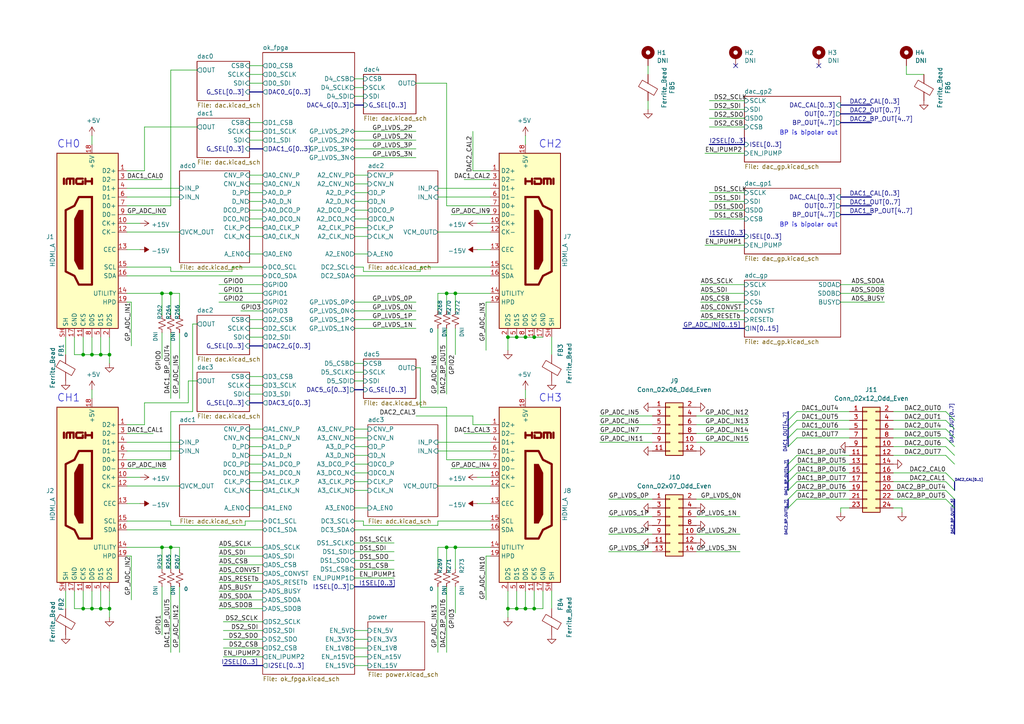
<source format=kicad_sch>
(kicad_sch (version 20211123) (generator eeschema)
  (paper "A4")
  (junction (at 24.13 176.53))
  (junction (at 49.53 158.75))
  (junction (at 29.21 176.53))
  (junction (at 147.32 97.79))
  (junction (at 26.67 102.87))
  (junction (at 31.75 102.87))
  (junction (at 132.08 85.09))
  (junction (at 152.4 176.53))
  (junction (at 149.86 97.79))
  (junction (at 26.67 176.53))
  (junction (at 149.86 176.53))
  (junction (at 46.99 158.75))
  (junction (at 24.13 102.87))
  (junction (at 129.54 85.09))
  (junction (at 152.4 97.79))
  (junction (at 129.54 158.75))
  (junction (at 31.75 176.53))
  (junction (at 46.99 85.09))
  (junction (at 132.08 158.75))
  (junction (at 154.94 176.53))
  (junction (at 49.53 85.09))
  (junction (at 154.94 97.79))
  (junction (at 147.32 176.53))
  (junction (at 29.21 102.87))
  (no_connect (at 237.49 19.05))
  (no_connect (at 213.36 19.05))
  (bus_entry (at 274.32 142.24) (size 2.54 2.54))
  (bus_entry (at 274.32 119.38) (size 2.54 2.54))
  (bus_entry (at 231.14 124.46) (size -2.54 2.54))
  (bus_entry (at 231.14 139.7) (size -2.54 2.54))
  (bus_entry (at 274.32 127) (size 2.54 2.54))
  (bus_entry (at 231.14 134.62) (size -2.54 2.54))
  (bus_entry (at 274.32 137.16) (size 2.54 2.54))
  (bus_entry (at 231.14 121.92) (size -2.54 2.54))
  (bus_entry (at 274.32 124.46) (size 2.54 2.54))
  (bus_entry (at 274.32 129.54) (size 2.54 2.54))
  (bus_entry (at 231.14 137.16) (size -2.54 2.54))
  (bus_entry (at 231.14 132.08) (size -2.54 2.54))
  (bus_entry (at 231.14 142.24) (size -2.54 2.54))
  (bus_entry (at 231.14 127) (size -2.54 2.54))
  (bus_entry (at 274.32 144.78) (size 2.54 2.54))
  (bus_entry (at 274.32 139.7) (size 2.54 2.54))
  (bus_entry (at 231.14 119.38) (size -2.54 2.54))
  (bus_entry (at 274.32 121.92) (size 2.54 2.54))
  (bus_entry (at 274.32 132.08) (size 2.54 2.54))
  (bus_entry (at 231.14 144.78) (size -2.54 2.54))
  (wire (pts (xy 31.75 105.41) (xy 31.75 102.87)))
  (wire (pts (xy 127 158.75) (xy 129.54 158.75)))
  (wire (pts (xy 132.08 158.75) (xy 132.08 165.1)))
  (wire (pts (xy 176.53 144.78) (xy 189.23 144.78)))
  (wire (pts (xy 49.53 133.35) (xy 49.53 119.38)))
  (wire (pts (xy 246.38 137.16) (xy 231.14 137.16)))
  (wire (pts (xy 72.39 19.05) (xy 76.2 19.05)))
  (wire (pts (xy 76.2 161.29) (xy 63.5 161.29)))
  (wire (pts (xy 102.87 22.86) (xy 105.41 22.86)))
  (bus (pts (xy 243.84 57.15) (xy 252.73 57.15)))
  (wire (pts (xy 76.2 90.17) (xy 69.85 90.17)))
  (wire (pts (xy 49.53 78.74) (xy 67.31 78.74)))
  (wire (pts (xy 52.07 85.09) (xy 49.53 85.09)))
  (wire (pts (xy 29.21 176.53) (xy 31.75 176.53)))
  (bus (pts (xy 228.6 133.35) (xy 228.6 134.62)))
  (wire (pts (xy 26.67 102.87) (xy 26.67 97.79)))
  (wire (pts (xy 127 140.97) (xy 142.24 140.97)))
  (wire (pts (xy 102.87 165.1) (xy 114.3 165.1)))
  (wire (pts (xy 24.13 102.87) (xy 26.67 102.87)))
  (wire (pts (xy 36.83 151.13) (xy 49.53 151.13)))
  (wire (pts (xy 129.54 118.11) (xy 121.92 118.11)))
  (wire (pts (xy 215.9 82.55) (xy 203.2 82.55)))
  (wire (pts (xy 105.41 151.13) (xy 105.41 152.4)))
  (wire (pts (xy 262.89 21.59) (xy 267.97 21.59)))
  (wire (pts (xy 72.39 137.16) (xy 76.2 137.16)))
  (wire (pts (xy 46.99 158.75) (xy 49.53 158.75)))
  (wire (pts (xy 127 152.4) (xy 127 151.13)))
  (wire (pts (xy 127 85.09) (xy 127 90.17)))
  (wire (pts (xy 138.43 146.05) (xy 142.24 146.05)))
  (bus (pts (xy 102.87 113.03) (xy 105.41 113.03)))
  (wire (pts (xy 38.1 161.29) (xy 38.1 173.99)))
  (wire (pts (xy 132.08 85.09) (xy 132.08 90.17)))
  (wire (pts (xy 72.39 40.64) (xy 76.2 40.64)))
  (wire (pts (xy 46.99 85.09) (xy 49.53 85.09)))
  (wire (pts (xy 40.64 64.77) (xy 36.83 64.77)))
  (wire (pts (xy 154.94 97.79) (xy 157.48 97.79)))
  (wire (pts (xy 102.87 187.96) (xy 106.68 187.96)))
  (wire (pts (xy 102.87 68.58) (xy 106.68 68.58)))
  (wire (pts (xy 102.87 43.18) (xy 120.65 43.18)))
  (wire (pts (xy 243.84 82.55) (xy 256.54 82.55)))
  (wire (pts (xy 152.4 39.37) (xy 152.4 41.91)))
  (bus (pts (xy 76.2 100.33) (xy 72.39 100.33)))
  (wire (pts (xy 138.43 72.39) (xy 142.24 72.39)))
  (bus (pts (xy 228.6 119.38) (xy 228.6 121.92)))
  (wire (pts (xy 205.74 60.96) (xy 215.9 60.96)))
  (wire (pts (xy 72.39 124.46) (xy 76.2 124.46)))
  (wire (pts (xy 31.75 102.87) (xy 31.75 97.79)))
  (wire (pts (xy 127 95.25) (xy 127 114.3)))
  (wire (pts (xy 102.87 27.94) (xy 105.41 27.94)))
  (bus (pts (xy 228.6 124.46) (xy 228.6 127)))
  (wire (pts (xy 142.24 80.01) (xy 102.87 80.01)))
  (wire (pts (xy 152.4 113.03) (xy 152.4 115.57)))
  (wire (pts (xy 46.99 158.75) (xy 36.83 158.75)))
  (bus (pts (xy 76.2 26.67) (xy 72.39 26.67)))
  (wire (pts (xy 64.77 187.96) (xy 76.2 187.96)))
  (wire (pts (xy 102.87 87.63) (xy 120.65 87.63)))
  (wire (pts (xy 152.4 176.53) (xy 149.86 176.53)))
  (wire (pts (xy 102.87 73.66) (xy 106.68 73.66)))
  (bus (pts (xy 243.84 59.69) (xy 252.73 59.69)))
  (wire (pts (xy 102.87 129.54) (xy 106.68 129.54)))
  (wire (pts (xy 215.9 44.45) (xy 204.47 44.45)))
  (wire (pts (xy 24.13 176.53) (xy 26.67 176.53)))
  (bus (pts (xy 276.86 144.78) (xy 276.86 147.32)))
  (wire (pts (xy 149.86 97.79) (xy 152.4 97.79)))
  (wire (pts (xy 52.07 96.52) (xy 52.07 115.57)))
  (wire (pts (xy 127 85.09) (xy 129.54 85.09)))
  (wire (pts (xy 21.59 176.53) (xy 24.13 176.53)))
  (wire (pts (xy 64.77 190.5) (xy 76.2 190.5)))
  (wire (pts (xy 215.9 92.71) (xy 203.2 92.71)))
  (bus (pts (xy 215.9 95.25) (xy 198.12 95.25)))
  (wire (pts (xy 72.39 109.22) (xy 76.2 109.22)))
  (wire (pts (xy 149.86 176.53) (xy 147.32 176.53)))
  (wire (pts (xy 64.77 182.88) (xy 76.2 182.88)))
  (wire (pts (xy 72.39 142.24) (xy 76.2 142.24)))
  (wire (pts (xy 256.54 85.09) (xy 243.84 85.09)))
  (wire (pts (xy 132.08 85.09) (xy 142.24 85.09)))
  (wire (pts (xy 102.87 139.7) (xy 106.68 139.7)))
  (wire (pts (xy 121.92 77.47) (xy 142.24 77.47)))
  (wire (pts (xy 157.48 176.53) (xy 157.48 171.45)))
  (wire (pts (xy 127 57.15) (xy 142.24 57.15)))
  (bus (pts (xy 76.2 43.18) (xy 72.39 43.18)))
  (wire (pts (xy 201.93 123.19) (xy 217.17 123.19)))
  (wire (pts (xy 36.83 54.61) (xy 52.07 54.61)))
  (wire (pts (xy 26.67 176.53) (xy 29.21 176.53)))
  (wire (pts (xy 102.87 90.17) (xy 120.65 90.17)))
  (wire (pts (xy 102.87 60.96) (xy 106.68 60.96)))
  (wire (pts (xy 127 130.81) (xy 142.24 130.81)))
  (wire (pts (xy 102.87 151.13) (xy 105.41 151.13)))
  (wire (pts (xy 76.2 68.58) (xy 72.39 68.58)))
  (wire (pts (xy 189.23 123.19) (xy 173.99 123.19)))
  (wire (pts (xy 36.83 87.63) (xy 38.1 87.63)))
  (wire (pts (xy 26.67 176.53) (xy 26.67 171.45)))
  (wire (pts (xy 127 67.31) (xy 142.24 67.31)))
  (wire (pts (xy 52.07 158.75) (xy 52.07 165.1)))
  (wire (pts (xy 76.2 58.42) (xy 72.39 58.42)))
  (wire (pts (xy 102.87 95.25) (xy 120.65 95.25)))
  (wire (pts (xy 140.97 161.29) (xy 140.97 173.99)))
  (wire (pts (xy 259.08 129.54) (xy 274.32 129.54)))
  (wire (pts (xy 40.64 138.43) (xy 36.83 138.43)))
  (wire (pts (xy 102.87 147.32) (xy 106.68 147.32)))
  (wire (pts (xy 102.87 137.16) (xy 106.68 137.16)))
  (wire (pts (xy 72.39 21.59) (xy 76.2 21.59)))
  (wire (pts (xy 138.43 138.43) (xy 142.24 138.43)))
  (wire (pts (xy 76.2 173.99) (xy 63.5 173.99)))
  (wire (pts (xy 121.92 106.68) (xy 120.65 106.68)))
  (wire (pts (xy 137.16 120.65) (xy 120.65 120.65)))
  (wire (pts (xy 49.53 85.09) (xy 49.53 91.44)))
  (bus (pts (xy 228.6 121.92) (xy 228.6 124.46)))
  (wire (pts (xy 49.53 152.4) (xy 71.12 152.4)))
  (wire (pts (xy 49.53 170.18) (xy 49.53 189.23)))
  (wire (pts (xy 29.21 97.79) (xy 29.21 102.87)))
  (wire (pts (xy 105.41 77.47) (xy 105.41 78.74)))
  (wire (pts (xy 246.38 132.08) (xy 231.14 132.08)))
  (wire (pts (xy 72.39 92.71) (xy 76.2 92.71)))
  (wire (pts (xy 217.17 125.73) (xy 201.93 125.73)))
  (wire (pts (xy 31.75 176.53) (xy 31.75 171.45)))
  (wire (pts (xy 205.74 29.21) (xy 215.9 29.21)))
  (wire (pts (xy 189.23 128.27) (xy 173.99 128.27)))
  (wire (pts (xy 160.02 176.53) (xy 160.02 171.45)))
  (wire (pts (xy 76.2 168.91) (xy 63.5 168.91)))
  (wire (pts (xy 55.88 93.98) (xy 55.88 119.38)))
  (wire (pts (xy 76.2 87.63) (xy 63.5 87.63)))
  (wire (pts (xy 201.93 154.94) (xy 214.63 154.94)))
  (wire (pts (xy 129.54 95.25) (xy 129.54 114.3)))
  (bus (pts (xy 228.6 127) (xy 228.6 129.54)))
  (wire (pts (xy 189.23 125.73) (xy 173.99 125.73)))
  (wire (pts (xy 127 151.13) (xy 142.24 151.13)))
  (wire (pts (xy 52.07 67.31) (xy 36.83 67.31)))
  (wire (pts (xy 246.38 121.92) (xy 231.14 121.92)))
  (wire (pts (xy 55.88 93.98) (xy 57.15 93.98)))
  (wire (pts (xy 259.08 121.92) (xy 274.32 121.92)))
  (wire (pts (xy 152.4 176.53) (xy 152.4 171.45)))
  (wire (pts (xy 72.39 114.3) (xy 76.2 114.3)))
  (wire (pts (xy 36.83 77.47) (xy 49.53 77.47)))
  (wire (pts (xy 102.87 107.95) (xy 105.41 107.95)))
  (wire (pts (xy 52.07 57.15) (xy 36.83 57.15)))
  (wire (pts (xy 57.15 36.83) (xy 41.91 36.83)))
  (wire (pts (xy 46.99 158.75) (xy 46.99 165.1)))
  (wire (pts (xy 259.08 147.32) (xy 261.62 147.32)))
  (wire (pts (xy 102.87 132.08) (xy 106.68 132.08)))
  (wire (pts (xy 102.87 124.46) (xy 106.68 124.46)))
  (wire (pts (xy 102.87 25.4) (xy 105.41 25.4)))
  (bus (pts (xy 228.6 134.62) (xy 228.6 137.16)))
  (wire (pts (xy 72.39 50.8) (xy 76.2 50.8)))
  (wire (pts (xy 215.9 90.17) (xy 203.2 90.17)))
  (bus (pts (xy 243.84 33.02) (xy 252.73 33.02)))
  (wire (pts (xy 246.38 119.38) (xy 231.14 119.38)))
  (wire (pts (xy 105.41 152.4) (xy 127 152.4)))
  (bus (pts (xy 276.86 147.32) (xy 276.86 154.94)))
  (wire (pts (xy 246.38 142.24) (xy 231.14 142.24)))
  (wire (pts (xy 142.24 125.73) (xy 134.62 125.73)))
  (wire (pts (xy 72.39 24.13) (xy 76.2 24.13)))
  (wire (pts (xy 102.87 40.64) (xy 120.65 40.64)))
  (wire (pts (xy 76.2 163.83) (xy 63.5 163.83)))
  (wire (pts (xy 49.53 77.47) (xy 49.53 78.74)))
  (wire (pts (xy 201.93 160.02) (xy 214.63 160.02)))
  (wire (pts (xy 19.05 102.87) (xy 19.05 97.79)))
  (wire (pts (xy 71.12 152.4) (xy 71.12 151.13)))
  (wire (pts (xy 157.48 176.53) (xy 154.94 176.53)))
  (wire (pts (xy 76.2 171.45) (xy 63.5 171.45)))
  (wire (pts (xy 76.2 82.55) (xy 63.5 82.55)))
  (wire (pts (xy 176.53 154.94) (xy 189.23 154.94)))
  (wire (pts (xy 102.87 110.49) (xy 105.41 110.49)))
  (wire (pts (xy 132.08 170.18) (xy 132.08 177.8)))
  (bus (pts (xy 228.6 139.7) (xy 228.6 142.24)))
  (wire (pts (xy 24.13 97.79) (xy 24.13 102.87)))
  (wire (pts (xy 187.96 29.21) (xy 187.96 31.75)))
  (bus (pts (xy 64.77 193.04) (xy 76.2 193.04)))
  (wire (pts (xy 204.47 71.12) (xy 215.9 71.12)))
  (wire (pts (xy 21.59 176.53) (xy 21.59 171.45)))
  (wire (pts (xy 149.86 171.45) (xy 149.86 176.53)))
  (wire (pts (xy 129.54 158.75) (xy 129.54 165.1)))
  (wire (pts (xy 142.24 49.53) (xy 137.16 49.53)))
  (wire (pts (xy 142.24 54.61) (xy 127 54.61)))
  (wire (pts (xy 40.64 146.05) (xy 36.83 146.05)))
  (wire (pts (xy 36.83 59.69) (xy 49.53 59.69)))
  (wire (pts (xy 49.53 119.38) (xy 55.88 119.38)))
  (wire (pts (xy 102.87 142.24) (xy 106.68 142.24)))
  (wire (pts (xy 38.1 100.33) (xy 38.1 87.63)))
  (wire (pts (xy 102.87 160.02) (xy 114.3 160.02)))
  (wire (pts (xy 41.91 36.83) (xy 41.91 49.53)))
  (wire (pts (xy 76.2 73.66) (xy 72.39 73.66)))
  (wire (pts (xy 102.87 134.62) (xy 106.68 134.62)))
  (wire (pts (xy 46.99 96.52) (xy 46.99 104.14)))
  (wire (pts (xy 142.24 135.89) (xy 130.81 135.89)))
  (wire (pts (xy 36.83 123.19) (xy 41.91 123.19)))
  (wire (pts (xy 102.87 193.04) (xy 106.68 193.04)))
  (wire (pts (xy 36.83 125.73) (xy 44.45 125.73)))
  (wire (pts (xy 64.77 185.42) (xy 76.2 185.42)))
  (wire (pts (xy 243.84 87.63) (xy 256.54 87.63)))
  (wire (pts (xy 19.05 176.53) (xy 19.05 171.45)))
  (wire (pts (xy 102.87 45.72) (xy 120.65 45.72)))
  (wire (pts (xy 129.54 170.18) (xy 129.54 189.23)))
  (wire (pts (xy 187.96 21.59) (xy 187.96 19.05)))
  (wire (pts (xy 246.38 139.7) (xy 231.14 139.7)))
  (wire (pts (xy 160.02 102.87) (xy 160.02 97.79)))
  (wire (pts (xy 129.54 133.35) (xy 129.54 118.11)))
  (wire (pts (xy 36.83 128.27) (xy 52.07 128.27)))
  (wire (pts (xy 49.53 158.75) (xy 49.53 165.1)))
  (bus (pts (xy 102.87 170.18) (xy 114.3 170.18)))
  (wire (pts (xy 215.9 85.09) (xy 203.2 85.09)))
  (wire (pts (xy 76.2 158.75) (xy 63.5 158.75)))
  (wire (pts (xy 36.83 62.23) (xy 48.26 62.23)))
  (wire (pts (xy 259.08 119.38) (xy 274.32 119.38)))
  (wire (pts (xy 52.07 170.18) (xy 52.07 189.23)))
  (wire (pts (xy 147.32 176.53) (xy 147.32 171.45)))
  (wire (pts (xy 36.83 49.53) (xy 41.91 49.53)))
  (wire (pts (xy 102.87 167.64) (xy 114.3 167.64)))
  (wire (pts (xy 147.32 97.79) (xy 149.86 97.79)))
  (wire (pts (xy 154.94 176.53) (xy 152.4 176.53)))
  (wire (pts (xy 189.23 120.65) (xy 173.99 120.65)))
  (bus (pts (xy 228.6 144.78) (xy 228.6 147.32)))
  (wire (pts (xy 76.2 80.01) (xy 36.83 80.01)))
  (wire (pts (xy 137.16 49.53) (xy 137.16 38.1)))
  (wire (pts (xy 102.87 185.42) (xy 106.68 185.42)))
  (wire (pts (xy 49.53 20.32) (xy 49.53 59.69)))
  (wire (pts (xy 26.67 113.03) (xy 26.67 115.57)))
  (wire (pts (xy 67.31 78.74) (xy 67.31 77.47)))
  (wire (pts (xy 49.53 20.32) (xy 57.15 20.32)))
  (wire (pts (xy 40.64 72.39) (xy 36.83 72.39)))
  (wire (pts (xy 152.4 97.79) (xy 154.94 97.79)))
  (wire (pts (xy 261.62 148.59) (xy 261.62 147.32)))
  (wire (pts (xy 129.54 24.13) (xy 120.65 24.13)))
  (wire (pts (xy 102.87 127) (xy 106.68 127)))
  (wire (pts (xy 76.2 153.67) (xy 36.83 153.67)))
  (wire (pts (xy 105.41 78.74) (xy 121.92 78.74)))
  (wire (pts (xy 54.61 116.84) (xy 54.61 110.49)))
  (wire (pts (xy 142.24 161.29) (xy 140.97 161.29)))
  (wire (pts (xy 31.75 179.07) (xy 31.75 176.53)))
  (wire (pts (xy 72.39 134.62) (xy 76.2 134.62)))
  (wire (pts (xy 205.74 31.75) (xy 215.9 31.75)))
  (wire (pts (xy 205.74 34.29) (xy 215.9 34.29)))
  (wire (pts (xy 72.39 38.1) (xy 76.2 38.1)))
  (wire (pts (xy 205.74 55.88) (xy 215.9 55.88)))
  (wire (pts (xy 201.93 149.86) (xy 214.63 149.86)))
  (wire (pts (xy 102.87 182.88) (xy 106.68 182.88)))
  (wire (pts (xy 215.9 87.63) (xy 203.2 87.63)))
  (wire (pts (xy 259.08 139.7) (xy 274.32 139.7)))
  (wire (pts (xy 76.2 66.04) (xy 72.39 66.04)))
  (wire (pts (xy 46.99 85.09) (xy 46.99 91.44)))
  (wire (pts (xy 76.2 60.96) (xy 72.39 60.96)))
  (wire (pts (xy 121.92 118.11) (xy 121.92 106.68)))
  (wire (pts (xy 127 170.18) (xy 127 189.23)))
  (wire (pts (xy 72.39 95.25) (xy 76.2 95.25)))
  (wire (pts (xy 205.74 58.42) (xy 215.9 58.42)))
  (wire (pts (xy 142.24 52.07) (xy 134.62 52.07)))
  (wire (pts (xy 147.32 179.07) (xy 147.32 176.53)))
  (wire (pts (xy 52.07 140.97) (xy 36.83 140.97)))
  (bus (pts (xy 105.41 30.48) (xy 102.87 30.48)))
  (wire (pts (xy 102.87 63.5) (xy 106.68 63.5)))
  (wire (pts (xy 205.74 36.83) (xy 215.9 36.83)))
  (wire (pts (xy 102.87 77.47) (xy 105.41 77.47)))
  (wire (pts (xy 76.2 166.37) (xy 63.5 166.37)))
  (wire (pts (xy 132.08 158.75) (xy 142.24 158.75)))
  (wire (pts (xy 127 158.75) (xy 127 165.1)))
  (wire (pts (xy 36.83 52.07) (xy 46.99 52.07)))
  (wire (pts (xy 217.17 120.65) (xy 201.93 120.65)))
  (wire (pts (xy 46.99 85.09) (xy 36.83 85.09)))
  (wire (pts (xy 72.39 127) (xy 76.2 127)))
  (bus (pts (xy 276.86 142.24) (xy 276.86 139.7)))
  (wire (pts (xy 142.24 133.35) (xy 129.54 133.35)))
  (wire (pts (xy 102.87 105.41) (xy 105.41 105.41)))
  (wire (pts (xy 246.38 144.78) (xy 231.14 144.78)))
  (wire (pts (xy 176.53 160.02) (xy 189.23 160.02)))
  (wire (pts (xy 49.53 151.13) (xy 49.53 152.4)))
  (wire (pts (xy 132.08 85.09) (xy 129.54 85.09)))
  (wire (pts (xy 72.39 132.08) (xy 76.2 132.08)))
  (wire (pts (xy 72.39 35.56) (xy 76.2 35.56)))
  (wire (pts (xy 72.39 147.32) (xy 76.2 147.32)))
  (wire (pts (xy 243.84 148.59) (xy 243.84 147.32)))
  (wire (pts (xy 259.08 144.78) (xy 274.32 144.78)))
  (wire (pts (xy 102.87 92.71) (xy 120.65 92.71)))
  (wire (pts (xy 29.21 171.45) (xy 29.21 176.53)))
  (wire (pts (xy 76.2 85.09) (xy 63.5 85.09)))
  (wire (pts (xy 26.67 102.87) (xy 29.21 102.87)))
  (wire (pts (xy 217.17 128.27) (xy 201.93 128.27)))
  (wire (pts (xy 259.08 132.08) (xy 274.32 132.08)))
  (wire (pts (xy 72.39 129.54) (xy 76.2 129.54)))
  (wire (pts (xy 21.59 102.87) (xy 24.13 102.87)))
  (wire (pts (xy 72.39 111.76) (xy 76.2 111.76)))
  (bus (pts (xy 228.6 137.16) (xy 228.6 139.7)))
  (wire (pts (xy 52.07 130.81) (xy 36.83 130.81)))
  (bus (pts (xy 243.84 62.23) (xy 252.73 62.23)))
  (wire (pts (xy 49.53 96.52) (xy 49.53 115.57)))
  (wire (pts (xy 102.87 162.56) (xy 114.3 162.56)))
  (wire (pts (xy 63.5 176.53) (xy 76.2 176.53)))
  (wire (pts (xy 41.91 116.84) (xy 54.61 116.84)))
  (wire (pts (xy 246.38 134.62) (xy 231.14 134.62)))
  (wire (pts (xy 102.87 190.5) (xy 106.68 190.5)))
  (wire (pts (xy 36.83 161.29) (xy 38.1 161.29)))
  (wire (pts (xy 102.87 153.67) (xy 142.24 153.67)))
  (bus (pts (xy 215.9 68.58) (xy 205.74 68.58)))
  (wire (pts (xy 142.24 62.23) (xy 130.81 62.23)))
  (wire (pts (xy 259.08 127) (xy 274.32 127)))
  (wire (pts (xy 262.89 19.05) (xy 262.89 21.59)))
  (wire (pts (xy 72.39 97.79) (xy 76.2 97.79)))
  (wire (pts (xy 259.08 124.46) (xy 274.32 124.46)))
  (wire (pts (xy 102.87 38.1) (xy 120.65 38.1)))
  (wire (pts (xy 102.87 66.04) (xy 106.68 66.04)))
  (wire (pts (xy 102.87 157.48) (xy 114.3 157.48)))
  (wire (pts (xy 26.67 39.37) (xy 26.67 41.91)))
  (wire (pts (xy 154.94 171.45) (xy 154.94 176.53)))
  (wire (pts (xy 176.53 149.86) (xy 189.23 149.86)))
  (wire (pts (xy 140.97 101.6) (xy 140.97 87.63)))
  (wire (pts (xy 36.83 135.89) (xy 48.26 135.89)))
  (wire (pts (xy 147.32 101.6) (xy 147.32 97.79)))
  (wire (pts (xy 76.2 55.88) (xy 72.39 55.88)))
  (wire (pts (xy 46.99 170.18) (xy 46.99 184.15)))
  (wire (pts (xy 52.07 85.09) (xy 52.07 91.44)))
  (wire (pts (xy 129.54 24.13) (xy 129.54 59.69)))
  (bus (pts (xy 215.9 41.91) (xy 205.74 41.91)))
  (wire (pts (xy 246.38 127) (xy 231.14 127)))
  (wire (pts (xy 132.08 158.75) (xy 129.54 158.75)))
  (wire (pts (xy 76.2 63.5) (xy 72.39 63.5)))
  (wire (pts (xy 205.74 63.5) (xy 215.9 63.5)))
  (wire (pts (xy 29.21 102.87) (xy 31.75 102.87)))
  (wire (pts (xy 71.12 151.13) (xy 76.2 151.13)))
  (wire (pts (xy 76.2 53.34) (xy 72.39 53.34)))
  (wire (pts (xy 24.13 171.45) (xy 24.13 176.53)))
  (wire (pts (xy 142.24 59.69) (xy 129.54 59.69)))
  (wire (pts (xy 67.31 77.47) (xy 76.2 77.47)))
  (wire (pts (xy 102.87 58.42) (xy 106.68 58.42)))
  (wire (pts (xy 121.92 78.74) (xy 121.92 77.47)))
  (wire (pts (xy 137.16 123.19) (xy 137.16 120.65)))
  (wire (pts (xy 52.07 158.75) (xy 49.53 158.75)))
  (wire (pts (xy 142.24 87.63) (xy 140.97 87.63)))
  (wire (pts (xy 54.61 110.49) (xy 57.15 110.49)))
  (wire (pts (xy 201.93 144.78) (xy 213.36 144.78)))
  (wire (pts (xy 142.24 123.19) (xy 137.16 123.19)))
  (wire (pts (xy 21.59 102.87) (xy 21.59 97.79)))
  (bus (pts (xy 243.84 35.56) (xy 252.73 35.56)))
  (bus (pts (xy 76.2 116.84) (xy 72.39 116.84)))
  (wire (pts (xy 129.54 85.09) (xy 129.54 90.17)))
  (wire (pts (xy 64.77 180.34) (xy 76.2 180.34)))
  (wire (pts (xy 138.43 64.77) (xy 142.24 64.77)))
  (wire (pts (xy 259.08 142.24) (xy 274.32 142.24)))
  (wire (pts (xy 102.87 53.34) (xy 106.68 53.34)))
  (wire (pts (xy 243.84 147.32) (xy 246.38 147.32)))
  (wire (pts (xy 132.08 95.25) (xy 132.08 102.87)))
  (wire (pts (xy 41.91 116.84) (xy 41.91 123.19)))
  (wire (pts (xy 36.83 133.35) (xy 49.53 133.35)))
  (wire (pts (xy 142.24 128.27) (xy 127 128.27)))
  (wire (pts (xy 259.08 137.16) (xy 274.32 137.16)))
  (wire (pts (xy 102.87 55.88) (xy 106.68 55.88)))
  (wire (pts (xy 246.38 124.46) (xy 231.14 124.46)))
  (bus (pts (xy 243.84 30.48) (xy 252.73 30.48)))
  (wire (pts (xy 72.39 139.7) (xy 76.2 139.7)))
  (wire (pts (xy 102.87 50.8) (xy 106.68 50.8)))
  (text "CH2" (at 156.21 43.18 0) (effects (font (size 2.2 2.2)) (justify left bottom)))
  (text "BP is bipolar out" (at 226.06 39.37 0) (effects (font (size 1.27 1.27)) (justify left bottom)))
  (text "CH3" (at 156.21 116.84 0) (effects (font (size 2.2 2.2)) (justify left bottom)))
  (text "CH1" (at 16.51 116.84 0) (effects (font (size 2.2 2.2)) (justify left bottom)))
  (text "BP is bipolar out" (at 226.06 66.04 0) (effects (font (size 1.27 1.27)) (justify left bottom)))
  (text "CH0" (at 16.51 43.18 0) (effects (font (size 2.2 2.2)) (justify left bottom)))
  (label "GP_ADC_IN10" (at 140.97 161.29 270))
  (label "EN_IPUMP1" (at 104.14 167.64 0))
  (label "I2SEL[0..3]" (at 205.74 41.91 0))
  (label "DAC2_BP_OUT5" (at 129.54 114.3 90))
  (label "DS1_SDI" (at 207.01 58.42 0))
  (label "ADS_CONVST" (at 63.5 166.37 0))
  (label "ADS_BUSY" (at 256.54 87.63 180))
  (label "GP_LVDS_1P" (at 176.53 149.86 0))
  (label "DS2_SDI" (at 207.01 31.75 0))
  (label "GP_ADC_IN[0..15]" (at 198.12 95.25 0))
  (label "DAC2_CAL[0..1]" (at 276.86 139.7 0) (effects (font (size 0.7112 0.7112))))
  (label "DAC2_BP_OUT5" (at 274.32 144.78 180))
  (label "DS1_CSB" (at 207.01 63.5 0))
  (label "GP_ADC_IN4" (at 142.24 135.89 180))
  (label "DAC2_OUT1" (at 273.05 121.92 180))
  (label "GPIO2" (at 64.77 87.63 0))
  (label "DAC1_BP_OUT4" (at 231.14 132.08 0))
  (label "GP_ADC_IN5" (at 52.07 114.3 90))
  (label "GP_ADC_IN14" (at 217.17 125.73 180))
  (label "DAC1_CAL[0..3]" (at 246.38 57.15 0))
  (label "DS1_SCLK" (at 104.14 157.48 0))
  (label "DAC2_OUT0" (at 273.05 119.38 180))
  (label "DAC2_CAL1" (at 274.32 139.7 180))
  (label "ADS_SDOB" (at 63.5 176.53 0))
  (label "ADS_BUSY" (at 63.5 171.45 0))
  (label "GP_ADC_IN15" (at 217.17 128.27 180))
  (label "GPIO3" (at 69.85 90.17 0))
  (label "EN_IPUMP2" (at 64.77 190.5 0))
  (label "ADS_SDOA" (at 256.54 82.55 180))
  (label "GP_ADC_IN13" (at 127 187.96 90))
  (label "DAC1_BP_OUT6" (at 231.14 137.16 0))
  (label "DS1_SDO" (at 104.14 162.56 0))
  (label "GP_ADC_IN0" (at 36.83 62.23 0))
  (label "GP_LVDS_3P" (at 176.53 160.02 0))
  (label "DAC1_BP_OUT[4..7]" (at 246.38 62.23 0))
  (label "DAC1_BP_OUT5" (at 49.53 187.96 90))
  (label "DAC1_OUT[4..7]" (at 228.6 119.38 270) (effects (font (size 0.9906 0.9906))))
  (label "DS1_SCLK" (at 207.01 55.88 0))
  (label "DAC1_CAL2" (at 142.24 52.07 180))
  (label "GPIO2" (at 132.08 102.87 270))
  (label "DAC1_CAL1" (at 36.83 125.73 0))
  (label "DAC1_CAL3" (at 142.24 125.73 180))
  (label "GPIO1" (at 46.99 184.15 90))
  (label "GP_ADC_IN13" (at 217.17 123.19 180))
  (label "DAC1_OUT5" (at 232.41 121.92 0))
  (label "GP_LVDS_0N" (at 203.2 144.78 0))
  (label "DS1_SDO" (at 207.01 60.96 0))
  (label "DS2_CSB" (at 74.93 187.96 180))
  (label "DAC2_OUT[0..7]" (at 276.86 116.84 270) (effects (font (size 0.9906 0.9906))))
  (label "GP_ADC_IN11" (at 173.99 128.27 0))
  (label "ADS_SDOB" (at 256.54 85.09 180))
  (label "ADS_CSB" (at 203.2 87.63 0))
  (label "DAC2_CAL[0..3]" (at 246.38 30.48 0))
  (label "GP_ADC_IN12" (at 217.17 120.65 180))
  (label "GP_ADC_IN5" (at 173.99 120.65 0))
  (label "GP_ADC_IN7" (at 173.99 125.73 0))
  (label "I1SEL[0..3]" (at 205.74 68.58 0))
  (label "GP_ADC_IN2" (at 38.1 161.29 270))
  (label "DAC1_OUT7" (at 232.41 127 0))
  (label "GPIO0" (at 64.77 82.55 0))
  (label "DAC1_CAL0" (at 36.83 52.07 0))
  (label "DAC1_BP_OUT4" (at 49.53 114.3 90))
  (label "DAC2_CAL2" (at 137.16 39.37 270))
  (label "ADS_SDOA" (at 63.5 173.99 0))
  (label "GP_LVDS_2N" (at 201.93 154.94 0))
  (label "ADS_CONVST" (at 203.2 90.17 0))
  (label "ADS_SDI" (at 63.5 161.29 0))
  (label "DS2_SCLK" (at 207.01 29.21 0))
  (label "GP_ADC_IN6" (at 173.99 123.19 0))
  (label "DS2_SDO" (at 207.01 34.29 0))
  (label "ADS_RESETb" (at 203.2 92.71 0))
  (label "GP_LVDS_1P" (at 107.95 92.71 0))
  (label "GP_ADC_IN12" (at 52.07 187.96 90))
  (label "GP_LVDS_2N" (at 107.95 40.64 0))
  (label "GP_LVDS_0P" (at 176.53 144.78 0))
  (label "DAC2_CAL3" (at 120.65 120.65 180))
  (label "DAC2_BP_OUT[4..5]" (at 276.86 154.94 90) (effects (font (size 0.7112 0.7112))))
  (label "ADS_CSB" (at 63.5 163.83 0))
  (label "ADS_SCLK" (at 203.2 82.55 0))
  (label "GPIO3" (at 132.08 176.53 270))
  (label "ADS_RESETb" (at 63.5 168.91 0))
  (label "GPIO1" (at 64.77 85.09 0))
  (label "DAC2_OUT[0..7]" (at 246.38 33.02 0))
  (label "DAC1_OUT[0..7]" (at 246.38 59.69 0))
  (label "DS2_CSB" (at 207.01 36.83 0))
  (label "GP_LVDS_3N" (at 201.93 160.02 0))
  (label "GP_ADC_IN3" (at 140.97 87.63 270))
  (label "DS2_SDI" (at 74.93 182.88 180))
  (label "GP_ADC_IN1" (at 38.1 87.63 270))
  (label "GP_LVDS_1N" (at 107.95 95.25 0))
  (label "DAC2_BP_OUT7" (at 231.14 144.78 0))
  (label "DAC1_BP_OUT[4..7]" (at 228.6 133.35 270) (effects (font (size 0.7112 0.7112))))
  (label "DAC2_OUT5" (at 273.05 127 180))
  (label "ADS_SCLK" (at 63.5 158.75 0))
  (label "EN_IPUMP2" (at 204.47 44.45 0))
  (label "I1SEL[0..3]" (at 104.14 170.18 0))
  (label "GP_LVDS_0N" (at 107.95 90.17 0))
  (label "DS1_SDI" (at 104.14 160.02 0))
  (label "DAC2_OUT6" (at 273.05 129.54 180))
  (label "GP_LVDS_3N" (at 107.95 45.72 0))
  (label "GP_ADC_IN9" (at 142.24 62.23 180))
  (label "GP_ADC_IN6" (at 127 114.3 90))
  (label "GP_LVDS_2P" (at 176.53 154.94 0))
  (label "DAC1_BP_OUT7" (at 231.14 139.7 0))
  (label "DAC1_OUT4" (at 232.41 119.38 0))
  (label "DAC2_OUT7" (at 273.05 132.08 180))
  (label "DAC1_BP_OUT5" (at 231.14 134.62 0))
  (label "DS2_SDO" (at 74.93 185.42 180))
  (label "DS2_SCLK" (at 74.93 180.34 180))
  (label "DS1_CSB" (at 104.14 165.1 0))
  (label "I2SEL[0..3]" (at 74.93 193.04 180))
  (label "DAC2_BP_OUT4" (at 274.32 142.24 180))
  (label "GP_LVDS_2P" (at 107.95 38.1 0))
  (label "GP_LVDS_3P" (at 107.95 43.18 0))
  (label "GP_ADC_IN8" (at 36.83 135.89 0))
  (label "EN_IPUMP1" (at 204.47 71.12 0))
  (label "DAC2_BP_OUT6" (at 129.54 187.96 90))
  (label "DAC2_BP_OUT[6..7]" (at 228.6 144.78 270) (effects (font (size 0.7112 0.7112))))
  (label "DAC1_OUT6" (at 232.41 124.46 0))
  (label "DAC2_BP_OUT6" (at 231.14 142.24 0))
  (label "ADS_SDI" (at 203.2 85.09 0))
  (label "DAC2_OUT4" (at 273.05 124.46 180))
  (label "GP_LVDS_0P" (at 107.95 87.63 0))
  (label "DAC2_BP_OUT[4..7]" (at 246.38 35.56 0))
  (label "GPIO0" (at 46.99 101.6 270))
  (label "DAC2_CAL0" (at 274.32 137.16 180))
  (label "GP_LVDS_1N" (at 201.93 149.86 0))
  (symbol (lib_id "Mechanical:MountingHole_Pad") (at 213.36 16.51 0) (unit 1)
    (property "Reference" "H2" (at 215.9 15.2654 0) (effects (justify left)))
    (property "Value" "DNI" (at 215.9 17.5768 0) (effects (justify left)))
    (property "Footprint" "MountingHole:MountingHole_3.2mm_M3_DIN965_Pad" (effects hide))
  )
  (symbol (lib_id "Mechanical:MountingHole_Pad") (at 187.96 16.51 0) (unit 1)
    (property "Reference" "H1" (at 190.5 15.2654 0) (effects (justify left)))
    (property "Value" "DNI" (at 190.5 17.5768 0) (effects (justify left)))
    (property "Footprint" "MountingHole:MountingHole_3.2mm_M3_DIN965_Pad" (effects hide))
  )
  (symbol (lib_id "Mechanical:MountingHole_Pad") (at 237.49 16.51 0) (unit 1)
    (property "Reference" "H3" (at 240.03 15.2654 0) (effects (justify left)))
    (property "Value" "DNI" (at 240.03 17.5768 0) (effects (justify left)))
    (property "Footprint" "MountingHole:MountingHole_3.2mm_M3_DIN965_Pad" (effects hide))
  )
  (symbol (lib_id "Mechanical:MountingHole_Pad") (at 262.89 16.51 0) (unit 1)
    (property "Reference" "H4" (at 265.43 15.2654 0) (effects (justify left)))
    (property "Value" "DNI" (at 265.43 17.5768 0) (effects (justify left)))
    (property "Footprint" "MountingHole:MountingHole_3.2mm_M3_DIN965_Pad" (effects hide))
  )
  (symbol (lib_id "Connector:HDMI_A") (at 26.67 69.85 0) (mirror y) (unit 1)
    (property "Reference" "J1" (at 15.748 68.6816 0) (effects (justify left)))
    (property "Value" "HDMI_A" (at 15.24 77.47 90) (effects (justify left)))
    (property "Footprint" "covg-kicad:CONN_10029449-111RLF_HDMI_A" (effects hide))
    (property "Datasheet" "https://en.wikipedia.org/wiki/HDMI" (effects hide))
    (property "Manf#" "10029449-111RLF" (effects hide))
  )
  (symbol (lib_id "power:GND") (at 31.75 105.41 0) (unit 1)
    (property "Reference" "#PWR05" (effects hide))
    (property "Value" "GND" (effects hide))
  )
  (symbol (lib_id "power:+5V") (at 26.67 39.37 0) (unit 1)
    (property "Reference" "#PWR03" (effects hide))
    (property "Value" "+5V" (at 27.051 34.9758 0))
  )
  (symbol (lib_id "power:+15V") (at 40.64 64.77 270) (unit 1)
    (property "Reference" "#PWR07" (effects hide))
    (property "Value" "+15V" (at 43.8912 65.151 90) (effects (justify left)))
  )
  (symbol (lib_id "power:-15V") (at 40.64 72.39 270) (unit 1)
    (property "Reference" "#PWR08" (effects hide))
    (property "Value" "-15V" (at 43.8912 72.771 90) (effects (justify left)))
  )
  (symbol (lib_id "Connector:HDMI_A") (at 152.4 69.85 0) (unit 1)
    (property "Reference" "J7" (at 163.322 68.6816 0) (effects (justify left)))
    (property "Value" "HDMI_A" (at 163.83 77.47 90) (effects (justify left)))
    (property "Footprint" "covg-kicad:CONN_10029449-111RLF_HDMI_A" (effects hide))
    (property "Datasheet" "https://en.wikipedia.org/wiki/HDMI" (effects hide))
    (property "Manf#" "10029449-111RLF" (effects hide))
  )
  (symbol (lib_id "power:GND") (at 147.32 101.6 0) (mirror y) (unit 1)
    (property "Reference" "#PWR015" (effects hide))
    (property "Value" "GND" (effects hide))
  )
  (symbol (lib_id "power:+5V") (at 152.4 39.37 0) (mirror y) (unit 1)
    (property "Reference" "#PWR017" (effects hide))
    (property "Value" "+5V" (at 152.019 34.9758 0))
  )
  (symbol (lib_id "power:+15V") (at 138.43 64.77 90) (mirror x) (unit 1)
    (property "Reference" "#PWR011" (effects hide))
    (property "Value" "+15V" (at 135.1788 65.151 90) (effects (justify left)))
  )
  (symbol (lib_id "power:-15V") (at 138.43 72.39 90) (mirror x) (unit 1)
    (property "Reference" "#PWR012" (effects hide))
    (property "Value" "-15V" (at 135.1788 72.771 90) (effects (justify left)))
  )
  (symbol (lib_id "Connector:HDMI_A") (at 152.4 143.51 0) (unit 1)
    (property "Reference" "J8" (at 163.322 142.3416 0) (effects (justify left)))
    (property "Value" "HDMI_A" (at 163.83 151.13 90) (effects (justify left)))
    (property "Footprint" "covg-kicad:CONN_10029449-111RLF_HDMI_A" (effects hide))
    (property "Datasheet" "https://en.wikipedia.org/wiki/HDMI" (effects hide))
    (property "Manf#" "10029449-111RLF\r" (effects hide))
  )
  (symbol (lib_id "power:GND") (at 147.32 179.07 0) (mirror y) (unit 1)
    (property "Reference" "#PWR016" (effects hide))
    (property "Value" "GND" (effects hide))
  )
  (symbol (lib_id "power:+5V") (at 152.4 113.03 0) (mirror y) (unit 1)
    (property "Reference" "#PWR018" (effects hide))
    (property "Value" "+5V" (at 152.019 108.6358 0))
  )
  (symbol (lib_id "power:+15V") (at 138.43 138.43 90) (mirror x) (unit 1)
    (property "Reference" "#PWR013" (effects hide))
    (property "Value" "+15V" (at 135.1788 138.811 90) (effects (justify left)))
  )
  (symbol (lib_id "power:-15V") (at 138.43 146.05 90) (mirror x) (unit 1)
    (property "Reference" "#PWR014" (effects hide))
    (property "Value" "-15V" (at 135.1788 146.431 90) (effects (justify left)))
  )
  (symbol (lib_id "Device:R_Small_US") (at 127 92.71 0) (mirror y) (unit 1)
    (property "Reference" "R268" (at 127 91.44 90) (effects (font (size 1.0922 1.0922)) (justify left bottom)))
    (property "Value" "0" (at 125.73 96.52 0) (effects (font (size 1.0922 1.0922)) (justify left bottom)))
    (property "Footprint" "Resistor_SMD:R_0603_1608Metric" (effects hide))
    (property "Manf#" "RC0603FR-070RL" (effects hide))
    (property "Power" "0.1W" (effects hide))
  )
  (symbol (lib_id "Device:FerriteBead") (at 267.97 25.4 180) (unit 1)
    (property "Reference" "FB6" (at 274.9296 25.4 90))
    (property "Value" "Ferrite_Bead" (at 272.6182 25.4 90))
    (property "Footprint" "Capacitor_SMD:C_1206_3216Metric" (effects hide))
    (property "Manf#" "BLM31PG500SN1L" (effects hide))
  )
  (symbol (lib_id "Device:R_Small_US") (at 129.54 92.71 0) (mirror y) (unit 1)
    (property "Reference" "R270" (at 129.54 91.44 90) (effects (font (size 1.0922 1.0922)) (justify left bottom)))
    (property "Value" "DNI" (at 128.27 97.79 90) (effects (font (size 1.0922 1.0922)) (justify left bottom)))
    (property "Footprint" "Resistor_SMD:R_0603_1608Metric" (effects hide))
    (property "Power" "0.1W" (effects hide))
  )
  (symbol (lib_id "Device:R_Small_US") (at 132.08 92.71 0) (mirror y) (unit 1)
    (property "Reference" "R272" (at 132.08 91.44 90) (effects (font (size 1.0922 1.0922)) (justify left bottom)))
    (property "Value" "DNI" (at 133.35 97.79 90) (effects (font (size 1.0922 1.0922)) (justify left bottom)))
    (property "Footprint" "Resistor_SMD:R_0603_1608Metric" (effects hide))
    (property "Power" "0.1W" (effects hide))
  )
  (symbol (lib_id "power:GND") (at 267.97 29.21 0) (mirror y) (unit 1)
    (property "Reference" "#PWR032" (effects hide))
    (property "Value" "GND" (effects hide))
  )
  (symbol (lib_id "Device:R_Small_US") (at 127 167.64 0) (mirror y) (unit 1)
    (property "Reference" "R269" (at 127 166.37 90) (effects (font (size 1.0922 1.0922)) (justify left bottom)))
    (property "Value" "0" (at 125.73 171.45 0) (effects (font (size 1.0922 1.0922)) (justify left bottom)))
    (property "Footprint" "Resistor_SMD:R_0603_1608Metric" (effects hide))
    (property "Manf#" "RC0603FR-070RL" (effects hide))
    (property "Power" "0.1W" (effects hide))
  )
  (symbol (lib_id "Device:R_Small_US") (at 129.54 167.64 0) (mirror y) (unit 1)
    (property "Reference" "R271" (at 129.54 166.37 90) (effects (font (size 1.0922 1.0922)) (justify left bottom)))
    (property "Value" "DNI" (at 128.27 172.72 90) (effects (font (size 1.0922 1.0922)) (justify left bottom)))
    (property "Footprint" "Resistor_SMD:R_0603_1608Metric" (effects hide))
    (property "Power" "0.1W" (effects hide))
  )
  (symbol (lib_id "Device:R_Small_US") (at 132.08 167.64 0) (mirror y) (unit 1)
    (property "Reference" "R273" (at 133.35 166.37 90) (effects (font (size 1.0922 1.0922)) (justify left bottom)))
    (property "Value" "DNI" (at 133.35 172.72 90) (effects (font (size 1.0922 1.0922)) (justify left bottom)))
    (property "Footprint" "Resistor_SMD:R_0603_1608Metric" (effects hide))
    (property "Power" "0.1W" (effects hide))
  )
  (symbol (lib_id "power:GND") (at 259.08 134.62 90) (unit 1)
    (property "Reference" "#PWR0144" (effects hide))
    (property "Value" "GND" (effects hide))
  )
  (symbol (lib_id "power:GND") (at 246.38 129.54 270) (unit 1)
    (property "Reference" "#PWR0274" (effects hide))
    (property "Value" "GND" (effects hide))
  )
  (symbol (lib_id "Device:R_Small_US") (at 52.07 167.64 0) (unit 1)
    (property "Reference" "R267" (at 52.07 165.1 90) (effects (font (size 1.0922 1.0922)) (justify left bottom)))
    (property "Value" "0" (at 53.34 171.45 0) (effects (font (size 1.0922 1.0922)) (justify left bottom)))
    (property "Footprint" "Resistor_SMD:R_0603_1608Metric" (effects hide))
    (property "Manf#" "RC0603FR-070RL" (effects hide))
    (property "Power" "0.1W" (effects hide))
  )
  (symbol (lib_id "Device:R_Small_US") (at 49.53 167.64 0) (unit 1)
    (property "Reference" "R265" (at 49.53 165.1 90) (effects (font (size 1.0922 1.0922)) (justify left bottom)))
    (property "Value" "DNI" (at 50.8 172.72 90) (effects (font (size 1.0922 1.0922)) (justify left bottom)))
    (property "Footprint" "Resistor_SMD:R_0603_1608Metric" (effects hide))
    (property "Power" "0.1W" (effects hide))
  )
  (symbol (lib_id "Device:R_Small_US") (at 46.99 167.64 0) (unit 1)
    (property "Reference" "R263" (at 46.99 165.1 90) (effects (font (size 1.0922 1.0922)) (justify left bottom)))
    (property "Value" "DNI" (at 45.72 172.72 90) (effects (font (size 1.0922 1.0922)) (justify left bottom)))
    (property "Footprint" "Resistor_SMD:R_0603_1608Metric" (effects hide))
    (property "Power" "0.1W" (effects hide))
  )
  (symbol (lib_id "Device:R_Small_US") (at 52.07 93.98 0) (unit 1)
    (property "Reference" "R266" (at 52.07 92.71 90) (effects (font (size 1.0922 1.0922)) (justify left bottom)))
    (property "Value" "0" (at 53.34 97.79 0) (effects (font (size 1.0922 1.0922)) (justify left bottom)))
    (property "Footprint" "Resistor_SMD:R_0603_1608Metric" (effects hide))
    (property "Manf#" "RC0603FR-070RL" (effects hide))
    (property "Power" "0.1W" (effects hide))
  )
  (symbol (lib_id "Device:R_Small_US") (at 49.53 93.98 0) (unit 1)
    (property "Reference" "R264" (at 49.53 92.71 90) (effects (font (size 1.0922 1.0922)) (justify left bottom)))
    (property "Value" "DNI" (at 50.8 99.06 90) (effects (font (size 1.0922 1.0922)) (justify left bottom)))
    (property "Footprint" "Resistor_SMD:R_0603_1608Metric" (effects hide))
    (property "Power" "0.1W" (effects hide))
  )
  (symbol (lib_id "Device:R_Small_US") (at 46.99 93.98 0) (unit 1)
    (property "Reference" "R262" (at 46.99 92.71 90) (effects (font (size 1.0922 1.0922)) (justify left bottom)))
    (property "Value" "DNI" (at 45.72 99.06 90) (effects (font (size 1.0922 1.0922)) (justify left bottom)))
    (property "Footprint" "Resistor_SMD:R_0603_1608Metric" (effects hide))
    (property "Power" "0.1W" (effects hide))
  )
  (symbol (lib_id "power:GND") (at 189.23 130.81 270) (unit 1)
    (property "Reference" "#PWR0275" (effects hide))
    (property "Value" "GND" (effects hide))
  )
  (symbol (lib_id "power:GND") (at 201.93 118.11 90) (unit 1)
    (property "Reference" "#PWR0276" (effects hide))
    (property "Value" "GND" (effects hide))
  )
  (symbol (lib_id "Device:FerriteBead") (at 187.96 25.4 180) (unit 1)
    (property "Reference" "FB5" (at 194.9196 25.4 90))
    (property "Value" "Ferrite_Bead" (at 192.6082 25.4 90))
    (property "Footprint" "Capacitor_SMD:C_1206_3216Metric" (effects hide))
    (property "Manf#" "BLM31PG500SN1L" (effects hide))
  )
  (symbol (lib_id "power:GND") (at 189.23 157.48 270) (unit 1)
    (property "Reference" "#PWR025" (effects hide))
    (property "Value" "GND" (effects hide))
  )
  (symbol (lib_id "power:GND") (at 189.23 152.4 270) (unit 1)
    (property "Reference" "#PWR024" (effects hide))
    (property "Value" "GND" (effects hide))
  )
  (symbol (lib_id "power:GND") (at 189.23 147.32 270) (unit 1)
    (property "Reference" "#PWR023" (effects hide))
    (property "Value" "GND" (effects hide))
  )
  (symbol (lib_id "power:GND") (at 189.23 118.11 270) (unit 1)
    (property "Reference" "#PWR022" (effects hide))
    (property "Value" "GND" (effects hide))
  )
  (symbol (lib_id "power:GND") (at 201.93 130.81 90) (unit 1)
    (property "Reference" "#PWR026" (effects hide))
    (property "Value" "GND" (effects hide))
  )
  (symbol (lib_id "power:GND") (at 201.93 147.32 90) (unit 1)
    (property "Reference" "#PWR027" (effects hide))
    (property "Value" "GND" (effects hide))
  )
  (symbol (lib_id "power:GND") (at 201.93 152.4 90) (unit 1)
    (property "Reference" "#PWR028" (effects hide))
    (property "Value" "GND" (effects hide))
  )
  (symbol (lib_id "power:GND") (at 201.93 157.48 90) (unit 1)
    (property "Reference" "#PWR029" (effects hide))
    (property "Value" "GND" (effects hide))
  )
  (symbol (lib_id "power:+15V") (at 40.64 138.43 270) (unit 1)
    (property "Reference" "#PWR09" (effects hide))
    (property "Value" "+15V" (at 43.8912 138.811 90) (effects (justify left)))
  )
  (symbol (lib_id "power:-15V") (at 40.64 146.05 270) (unit 1)
    (property "Reference" "#PWR010" (effects hide))
    (property "Value" "-15V" (at 43.8912 146.431 90) (effects (justify left)))
  )
  (symbol (lib_id "Connector_Generic:Conn_02x07_Odd_Even") (at 194.31 152.4 0) (unit 1)
    (property "Reference" "J10" (at 195.58 138.43 0))
    (property "Value" "Conn_02x07_Odd_Even" (at 195.58 140.97 0))
    (property "Footprint" "Connector_PinHeader_2.00mm:PinHeader_2x07_P2.00mm_Horizontal" (effects hide))
    (property "Manf#" "0878331419" (effects hide))
    (property "Alternate" "SBH21-NBPN-D07-RA-BK" (effects hide))
  )
  (symbol (lib_id "Connector_Generic:Conn_02x06_Odd_Even") (at 194.31 123.19 0) (unit 1)
    (property "Reference" "J9" (at 195.58 110.49 0))
    (property "Value" "Conn_02x06_Odd_Even" (at 195.58 113.03 0))
    (property "Footprint" "Connector_PinHeader_2.00mm:PinHeader_2x06_P2.00mm_Horizontal" (effects hide))
    (property "Manf#" "0878331220" (effects hide))
    (property "Alternate" "SBH21-NBPN-D06-RA-BK" (effects hide))
  )
  (symbol (lib_id "power:GND") (at 243.84 148.59 0) (mirror y) (unit 1)
    (property "Reference" "#PWR030" (effects hide))
    (property "Value" "GND" (effects hide))
  )
  (symbol (lib_id "Connector:HDMI_A") (at 26.67 143.51 0) (mirror y) (unit 1)
    (property "Reference" "J2" (at 15.748 142.3416 0) (effects (justify left)))
    (property "Value" "HDMI_A" (at 15.24 151.13 90) (effects (justify left)))
    (property "Footprint" "covg-kicad:CONN_10029449-111RLF_HDMI_A" (effects hide))
    (property "Datasheet" "https://en.wikipedia.org/wiki/HDMI" (effects hide))
    (property "Manf#" "10029449-111RLF" (effects hide))
  )
  (symbol (lib_id "power:GND") (at 31.75 179.07 0) (unit 1)
    (property "Reference" "#PWR06" (effects hide))
    (property "Value" "GND" (effects hide))
  )
  (symbol (lib_id "power:GND") (at 187.96 31.75 0) (mirror y) (unit 1)
    (property "Reference" "#PWR021" (effects hide))
    (property "Value" "GND" (effects hide))
  )
  (symbol (lib_id "power:GND") (at 261.62 148.59 0) (unit 1)
    (property "Reference" "#PWR031" (effects hide))
    (property "Value" "GND" (effects hide))
  )
  (symbol (lib_id "Connector_Generic:Conn_02x12_Odd_Even") (at 251.46 132.08 0) (unit 1)
    (property "Reference" "J11" (at 252.73 113.03 0))
    (property "Value" "Conn_02x12_Odd_Even" (at 252.73 115.57 0))
    (property "Footprint" "Connector_PinHeader_2.00mm:PinHeader_2x12_P2.00mm_Horizontal" (effects hide))
    (property "Manf#" "DF11-24DP-2DS(24)" (effects hide))
    (property "Alternate" "SBH21-NBPN-D12-RA-BK" (effects hide))
  )
  (symbol (lib_id "Device:FerriteBead") (at 19.05 106.68 180) (unit 1)
    (property "Reference" "FB1" (at 17.78 101.6 90))
    (property "Value" "Ferrite_Bead" (at 15.24 106.68 90))
    (property "Footprint" "Capacitor_SMD:C_1206_3216Metric" (effects hide))
    (property "Manf#" "BLM31PG500SN1L" (effects hide))
  )
  (symbol (lib_id "power:GND") (at 19.05 110.49 0) (unit 1)
    (property "Reference" "#PWR01" (effects hide))
    (property "Value" "GND" (effects hide))
  )
  (symbol (lib_id "Device:FerriteBead") (at 19.05 180.34 180) (unit 1)
    (property "Reference" "FB2" (at 17.78 175.26 90))
    (property "Value" "Ferrite_Bead" (at 15.24 180.34 90))
    (property "Footprint" "Capacitor_SMD:C_1206_3216Metric" (effects hide))
    (property "Manf#" "BLM31PG500SN1L" (effects hide))
  )
  (symbol (lib_id "power:GND") (at 19.05 184.15 0) (unit 1)
    (property "Reference" "#PWR02" (effects hide))
    (property "Value" "GND" (effects hide))
  )
  (symbol (lib_id "Device:FerriteBead") (at 160.02 180.34 180) (unit 1)
    (property "Reference" "FB4" (at 162.56 175.26 90))
    (property "Value" "Ferrite_Bead" (at 165.1 179.07 90))
    (property "Footprint" "Capacitor_SMD:C_1206_3216Metric" (effects hide))
    (property "Manf#" "BLM31PG500SN1L" (effects hide))
  )
  (symbol (lib_id "power:GND") (at 160.02 184.15 0) (unit 1)
    (property "Reference" "#PWR020" (effects hide))
    (property "Value" "GND" (effects hide))
  )
  (symbol (lib_id "power:+5V") (at 26.67 113.03 0) (unit 1)
    (property "Reference" "#PWR04" (effects hide))
    (property "Value" "+5V" (at 27.051 108.6358 0))
  )
  (symbol (lib_id "Device:FerriteBead") (at 160.02 106.68 180) (unit 1)
    (property "Reference" "FB3" (at 162.56 101.6 90))
    (property "Value" "Ferrite_Bead" (at 165.1 105.41 90))
    (property "Footprint" "Capacitor_SMD:C_1206_3216Metric" (effects hide))
    (property "Manf#" "BLM31PG500SN1L" (effects hide))
  )
  (symbol (lib_id "power:GND") (at 160.02 110.49 0) (unit 1)
    (property "Reference" "#PWR019" (effects hide))
    (property "Value" "GND" (effects hide))
  )
  (sheet (at 215.9 81.28) (size 27.94 16.51)
    (property "Sheet name" "adc_gp" (at 215.9 80.5684 0) (effects (justify left bottom)))
    (property "Sheet file" "adc_gp.kicad_sch" (at 215.9 98.3746 0) (effects (justify left top)))
    (pin "SCLK" input (at 215.9 82.55 180))
    (pin "BUSY" output (at 243.84 87.63 0))
    (pin "CONVST" input (at 215.9 90.17 180))
    (pin "SDOA" output (at 243.84 82.55 0))
    (pin "SDOB" output (at 243.84 85.09 0))
    (pin "CSb" input (at 215.9 87.63 180))
    (pin "SDI" input (at 215.9 85.09 180))
    (pin "RESETb" input (at 215.9 92.71 180))
    (pin "IN[0..15]" output (at 215.9 95.25 180))
  )
  (sheet (at 76.2 15.24) (size 26.67 180.34)
    (property "Sheet name" "ok_fpga" (at 76.2 14.5284 0) (effects (justify left bottom)))
    (property "Sheet file" "ok_fpga.kicad_sch" (at 76.2 196.1646 0) (effects (justify left top)))
    (pin "D0_CSB" output (at 76.2 19.05 180))
    (pin "D0_SDI" output (at 76.2 24.13 180))
    (pin "D0_SCLK" output (at 76.2 21.59 180))
    (pin "A1_D_N" input (at 76.2 132.08 180))
    (pin "A1_DCO_N" input (at 76.2 137.16 180))
    (pin "A3_CNV_N" output (at 102.87 127 0))
    (pin "A3_D_N" output (at 102.87 132.08 0))
    (pin "A3_DCO_N" input (at 102.87 137.16 0))
    (pin "A1_D_P" input (at 76.2 129.54 180))
    (pin "A3_D_P" input (at 102.87 129.54 0))
    (pin "A3_DCO_P" input (at 102.87 134.62 0))
    (pin "A2_CLK_P" output (at 102.87 66.04 0))
    (pin "A1_DCO_P" input (at 76.2 134.62 180))
    (pin "A3_CNV_P" output (at 102.87 124.46 0))
    (pin "A1_CNV_N" output (at 76.2 127 180))
    (pin "A1_CNV_P" output (at 76.2 124.46 180))
    (pin "A0_CNV_N" output (at 76.2 53.34 180))
    (pin "A1_CLK_N" output (at 76.2 142.24 180))
    (pin "A3_CLK_N" output (at 102.87 142.24 0))
    (pin "A2_CNV_N" output (at 102.87 53.34 0))
    (pin "A2_D_N" input (at 102.87 58.42 0))
    (pin "A2_DCO_N" input (at 102.87 63.5 0))
    (pin "A2_CLK_N" output (at 102.87 68.58 0))
    (pin "A1_CLK_P" output (at 76.2 139.7 180))
    (pin "A0_CNV_P" output (at 76.2 50.8 180))
    (pin "A3_CLK_P" output (at 102.87 139.7 0))
    (pin "A2_CNV_P" output (at 102.87 50.8 0))
    (pin "A0_D_N" input (at 76.2 58.42 180))
    (pin "A2_D_P" input (at 102.87 55.88 0))
    (pin "A2_DCO_P" input (at 102.87 60.96 0))
    (pin "A0_CLK_P" output (at 76.2 66.04 180))
    (pin "A0_CLK_N" output (at 76.2 68.58 180))
    (pin "A0_D_P" input (at 76.2 55.88 180))
    (pin "A0_DCO_N" input (at 76.2 63.5 180))
    (pin "A0_DCO_P" input (at 76.2 60.96 180))
    (pin "ADS_CONVST" output (at 76.2 166.37 180))
    (pin "DS1_SDO" input (at 102.87 162.56 0))
    (pin "DS1_SCLK" output (at 102.87 157.48 0))
    (pin "ADS_SDI" output (at 76.2 161.29 180))
    (pin "ADS_SDOA" input (at 76.2 173.99 180))
    (pin "ADS_SDOB" input (at 76.2 176.53 180))
    (pin "ADS_CSB" output (at 76.2 163.83 180))
    (pin "D2_CSB" output (at 76.2 92.71 180))
    (pin "D3_CSB" output (at 76.2 109.22 180))
    (pin "D1_SDI" output (at 76.2 40.64 180))
    (pin "D1_SCLK" output (at 76.2 38.1 180))
    (pin "D1_CSB" output (at 76.2 35.56 180))
    (pin "D2_SDI" output (at 76.2 97.79 180))
    (pin "D2_SCLK" output (at 76.2 95.25 180))
    (pin "D3_SCLK" output (at 76.2 111.76 180))
    (pin "D3_SDI" output (at 76.2 114.3 180))
    (pin "A0_EN0" output (at 76.2 73.66 180))
    (pin "A1_EN0" output (at 76.2 147.32 180))
    (pin "A2_EN0" output (at 102.87 73.66 0))
    (pin "A3_EN0" output (at 102.87 147.32 0))
    (pin "ADS_BUSY" input (at 76.2 171.45 180))
    (pin "DS1_CSB" output (at 102.87 165.1 0))
    (pin "D4_CSB" output (at 102.87 22.86 0))
    (pin "D4_SCLK" output (at 102.87 25.4 0))
    (pin "D4_SDI" output (at 102.87 27.94 0))
    (pin "D5_CSB" output (at 102.87 105.41 0))
    (pin "D5_SCLK" output (at 102.87 107.95 0))
    (pin "D5_SDI" output (at 102.87 110.49 0))
    (pin "DAC1_G[0..3]" output (at 76.2 43.18 180))
    (pin "DAC0_G[0..3]" output (at 76.2 26.67 180))
    (pin "DAC2_G[0..3]" output (at 76.2 100.33 180))
    (pin "DAC3_G[0..3]" output (at 76.2 116.84 180))
    (pin "DAC5_G[0..3]" output (at 102.87 113.03 0))
    (pin "DAC4_G[0..3]" output (at 102.87 30.48 0))
    (pin "DS2_SDO" input (at 76.2 185.42 180))
    (pin "DS2_SCLK" output (at 76.2 180.34 180))
    (pin "DS2_CSB" output (at 76.2 187.96 180))
    (pin "DS2_SDI" output (at 76.2 182.88 180))
    (pin "EN_5V" output (at 102.87 182.88 0))
    (pin "EN_3V3" output (at 102.87 185.42 0))
    (pin "EN_1V8" output (at 102.87 187.96 0))
    (pin "EN_15V" output (at 102.87 193.04 0))
    (pin "EN_n15V" output (at 102.87 190.5 0))
    (pin "DS1_SDI" output (at 102.87 160.02 0))
    (pin "ADS_RESETb" output (at 76.2 168.91 180))
    (pin "ADS_SCLK" output (at 76.2 158.75 180))
    (pin "DC0_SDA" bidirectional (at 76.2 80.01 180))
    (pin "DC1_SDA" bidirectional (at 76.2 153.67 180))
    (pin "DC2_SDA" bidirectional (at 102.87 80.01 0))
    (pin "DC3_SDA" bidirectional (at 102.87 153.67 0))
    (pin "DC0_SCL" bidirectional (at 76.2 77.47 180))
    (pin "DC1_SCL" bidirectional (at 76.2 151.13 180))
    (pin "DC2_SCL" bidirectional (at 102.87 77.47 0))
    (pin "DC3_SCL" bidirectional (at 102.87 151.13 0))
    (pin "I1SEL[0..3]" output (at 102.87 170.18 0))
    (pin "I2SEL[0..3]" output (at 76.2 193.04 180))
    (pin "EN_IPUMP1" output (at 102.87 167.64 0))
    (pin "EN_IPUMP2" output (at 76.2 190.5 180))
    (pin "GPIO0" output (at 76.2 82.55 180))
    (pin "GPIO1" output (at 76.2 85.09 180))
    (pin "GPIO2" output (at 76.2 87.63 180))
    (pin "GPIO3" output (at 76.2 90.17 180))
    (pin "GP_LVDS_1P" bidirectional (at 102.87 92.71 0))
    (pin "GP_LVDS_1N" bidirectional (at 102.87 95.25 0))
    (pin "GP_LVDS_2P" bidirectional (at 102.87 38.1 0))
    (pin "GP_LVDS_2N" bidirectional (at 102.87 40.64 0))
    (pin "GP_LVDS_3P" bidirectional (at 102.87 43.18 0))
    (pin "GP_LVDS_3N" bidirectional (at 102.87 45.72 0))
    (pin "GP_LVDS_0P" bidirectional (at 102.87 87.63 0))
    (pin "GP_LVDS_0N" bidirectional (at 102.87 90.17 0))
  )
  (sheet (at 52.07 123.19) (size 20.32 26.67)
    (property "Sheet name" "adc1" (at 52.07 122.4784 0) (effects (justify left bottom)))
    (property "Sheet file" "adc.kicad_sch" (at 52.07 150.4446 0) (effects (justify left top)))
    (pin "CNV_P" input (at 72.39 124.46 0))
    (pin "CNV_N" input (at 72.39 127 0))
    (pin "D_N" output (at 72.39 132.08 0))
    (pin "DCO_N" output (at 72.39 137.16 0))
    (pin "DCO_P" output (at 72.39 134.62 0))
    (pin "CLK_N" input (at 72.39 142.24 0))
    (pin "CLK_P" input (at 72.39 139.7 0))
    (pin "VCM_OUT" output (at 52.07 140.97 180))
    (pin "IN_N" input (at 52.07 130.81 180))
    (pin "IN_P" input (at 52.07 128.27 180))
    (pin "A_EN0" input (at 72.39 147.32 0))
    (pin "D_P" output (at 72.39 129.54 0))
  )
  (sheet (at 215.9 54.61) (size 27.94 19.05)
    (property "Sheet name" "dac_gp1" (at 215.9 53.8984 0) (effects (justify left bottom)))
    (property "Sheet file" "dac_gp.kicad_sch" (at 215.9 74.2446 0) (effects (justify left top)))
    (pin "SCLK" input (at 215.9 55.88 180))
    (pin "SDI" input (at 215.9 58.42 180))
    (pin "SDO" output (at 215.9 60.96 180))
    (pin "CSB" input (at 215.9 63.5 180))
    (pin "DAC_CAL[0..3]" input (at 243.84 57.15 0))
    (pin "ISEL[0..3]" input (at 215.9 68.58 180))
    (pin "OUT[0..7]" output (at 243.84 59.69 0))
    (pin "BP_OUT[4..7]" output (at 243.84 62.23 0))
    (pin "EN_IPUMP" input (at 215.9 71.12 180))
  )
  (sheet (at 106.68 180.34) (size 16.51 13.97)
    (property "Sheet name" "power" (at 106.68 179.6284 0) (effects (justify left bottom)))
    (property "Sheet file" "power.kicad_sch" (at 106.68 194.8946 0) (effects (justify left top)))
    (pin "EN_5V" input (at 106.68 182.88 180))
    (pin "EN_3V3" input (at 106.68 185.42 180))
    (pin "EN_1V8" input (at 106.68 187.96 180))
    (pin "EN_n15V" input (at 106.68 190.5 180))
    (pin "EN_15V" input (at 106.68 193.04 180))
  )
  (sheet (at 52.07 49.53) (size 20.32 26.67)
    (property "Sheet name" "adc0" (at 52.07 48.8184 0) (effects (justify left bottom)))
    (property "Sheet file" "adc.kicad_sch" (at 52.07 76.7846 0) (effects (justify left top)))
    (pin "CNV_P" input (at 72.39 50.8 0))
    (pin "CNV_N" input (at 72.39 53.34 0))
    (pin "D_N" output (at 72.39 58.42 0))
    (pin "DCO_N" output (at 72.39 63.5 0))
    (pin "DCO_P" output (at 72.39 60.96 0))
    (pin "CLK_N" input (at 72.39 68.58 0))
    (pin "CLK_P" input (at 72.39 66.04 0))
    (pin "VCM_OUT" output (at 52.07 67.31 180))
    (pin "IN_N" input (at 52.07 57.15 180))
    (pin "IN_P" input (at 52.07 54.61 180))
    (pin "A_EN0" input (at 72.39 73.66 0))
    (pin "D_P" output (at 72.39 55.88 0))
  )
  (sheet (at 57.15 34.29) (size 15.24 11.43)
    (property "Sheet name" "dac1" (at 57.15 33.5784 0) (effects (justify left bottom)))
    (property "Sheet file" "dac.kicad_sch" (at 57.15 46.3046 0) (effects (justify left top)))
    (pin "CSB" input (at 72.39 35.56 0))
    (pin "SCLK" input (at 72.39 38.1 0))
    (pin "SDI" input (at 72.39 40.64 0))
    (pin "OUT" output (at 57.15 36.83 180))
    (pin "G_SEL[0..3]" input (at 72.39 43.18 0))
  )
  (sheet (at 106.68 49.53) (size 20.32 26.67)
    (property "Sheet name" "adc2" (at 106.68 48.8184 0) (effects (justify left bottom)))
    (property "Sheet file" "adc.kicad_sch" (at 106.68 76.7846 0) (effects (justify left top)))
    (pin "CNV_P" input (at 106.68 50.8 180))
    (pin "CNV_N" input (at 106.68 53.34 180))
    (pin "D_N" output (at 106.68 58.42 180))
    (pin "DCO_N" output (at 106.68 63.5 180))
    (pin "DCO_P" output (at 106.68 60.96 180))
    (pin "CLK_N" input (at 106.68 68.58 180))
    (pin "CLK_P" input (at 106.68 66.04 180))
    (pin "VCM_OUT" output (at 127 67.31 0))
    (pin "IN_N" input (at 127 57.15 0))
    (pin "IN_P" input (at 127 54.61 0))
    (pin "A_EN0" input (at 106.68 73.66 180))
    (pin "D_P" output (at 106.68 55.88 180))
  )
  (sheet (at 106.68 123.19) (size 20.32 26.67)
    (property "Sheet name" "adc3" (at 106.68 122.4784 0) (effects (justify left bottom)))
    (property "Sheet file" "adc.kicad_sch" (at 106.68 150.4446 0) (effects (justify left top)))
    (pin "CNV_P" input (at 106.68 124.46 180))
    (pin "CNV_N" input (at 106.68 127 180))
    (pin "D_N" output (at 106.68 132.08 180))
    (pin "DCO_N" output (at 106.68 137.16 180))
    (pin "DCO_P" output (at 106.68 134.62 180))
    (pin "CLK_N" input (at 106.68 142.24 180))
    (pin "CLK_P" input (at 106.68 139.7 180))
    (pin "VCM_OUT" output (at 127 140.97 0))
    (pin "IN_N" input (at 127 130.81 0))
    (pin "IN_P" input (at 127 128.27 0))
    (pin "A_EN0" input (at 106.68 147.32 180))
    (pin "D_P" output (at 106.68 129.54 180))
  )
  (sheet (at 57.15 17.78) (size 15.24 11.43)
    (property "Sheet name" "dac0" (at 57.15 17.0684 0) (effects (justify left bottom)))
    (property "Sheet file" "dac.kicad_sch" (at 57.15 29.7946 0) (effects (justify left top)))
    (pin "CSB" input (at 72.39 19.05 0))
    (pin "SCLK" input (at 72.39 21.59 0))
    (pin "SDI" input (at 72.39 24.13 0))
    (pin "OUT" output (at 57.15 20.32 180))
    (pin "G_SEL[0..3]" input (at 72.39 26.67 0))
  )
  (sheet (at 57.15 91.44) (size 15.24 11.43)
    (property "Sheet name" "dac2" (at 57.15 90.7284 0) (effects (justify left bottom)))
    (property "Sheet file" "dac.kicad_sch" (at 57.15 103.4546 0) (effects (justify left top)))
    (pin "CSB" input (at 72.39 92.71 0))
    (pin "SCLK" input (at 72.39 95.25 0))
    (pin "SDI" input (at 72.39 97.79 0))
    (pin "OUT" output (at 57.15 93.98 180))
    (pin "G_SEL[0..3]" input (at 72.39 100.33 0))
  )
  (sheet (at 57.15 107.95) (size 15.24 11.43)
    (property "Sheet name" "dac3" (at 57.15 107.2384 0) (effects (justify left bottom)))
    (property "Sheet file" "dac.kicad_sch" (at 57.15 119.9646 0) (effects (justify left top)))
    (pin "CSB" input (at 72.39 109.22 0))
    (pin "SCLK" input (at 72.39 111.76 0))
    (pin "SDI" input (at 72.39 114.3 0))
    (pin "OUT" output (at 57.15 110.49 180))
    (pin "G_SEL[0..3]" input (at 72.39 116.84 0))
  )
  (sheet (at 105.41 21.59) (size 15.24 11.43)
    (property "Sheet name" "dac4" (at 105.41 20.8784 0) (effects (justify left bottom)))
    (property "Sheet file" "dac.kicad_sch" (at 105.41 33.6046 0) (effects (justify left top)))
    (pin "CSB" input (at 105.41 22.86 180))
    (pin "SCLK" input (at 105.41 25.4 180))
    (pin "SDI" input (at 105.41 27.94 180))
    (pin "OUT" output (at 120.65 24.13 0))
    (pin "G_SEL[0..3]" input (at 105.41 30.48 180))
  )
  (sheet (at 105.41 104.14) (size 15.24 11.43)
    (property "Sheet name" "dac5" (at 105.41 103.4284 0) (effects (justify left bottom)))
    (property "Sheet file" "dac.kicad_sch" (at 105.41 116.1546 0) (effects (justify left top)))
    (pin "CSB" input (at 105.41 105.41 180))
    (pin "SCLK" input (at 105.41 107.95 180))
    (pin "SDI" input (at 105.41 110.49 180))
    (pin "OUT" output (at 120.65 106.68 0))
    (pin "G_SEL[0..3]" input (at 105.41 113.03 180))
  )
  (sheet (at 215.9 27.94) (size 27.94 19.05)
    (property "Sheet name" "dac_gp2" (at 215.9 27.2284 0) (effects (justify left bottom)))
    (property "Sheet file" "dac_gp.kicad_sch" (at 215.9 47.5746 0) (effects (justify left top)))
    (pin "SCLK" input (at 215.9 29.21 180))
    (pin "SDI" input (at 215.9 31.75 180))
    (pin "SDO" output (at 215.9 34.29 180))
    (pin "CSB" input (at 215.9 36.83 180))
    (pin "DAC_CAL[0..3]" input (at 243.84 30.48 0))
    (pin "ISEL[0..3]" input (at 215.9 41.91 180))
    (pin "OUT[0..7]" output (at 243.84 33.02 0))
    (pin "BP_OUT[4..7]" output (at 243.84 35.56 0))
    (pin "EN_IPUMP" input (at 215.9 44.45 180))
  )
)
</source>
